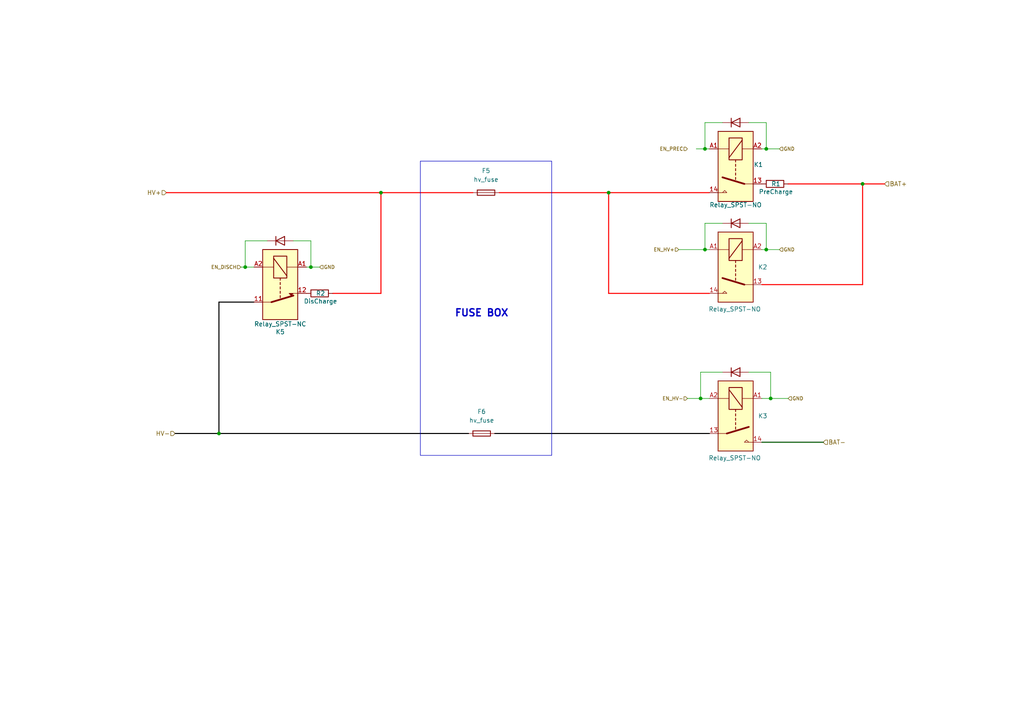
<source format=kicad_sch>
(kicad_sch (version 20250114) (generator "eeschema") (generator_version "9.0")
  (paper "A4")
  (title_block (title "HV Power") (date "2025-09-20") (rev "6.0"))
  (lib_symbols
    (symbol "Device:Fuse" (pin_numbers (hide yes)) (pin_names (offset 0))
      (property "Reference" "F" (at 2.032 0 90))
      (property "Value" "Fuse" (at -1.905 0 90))
      (symbol "Fuse_0_1"
        (rectangle (start -0.762 -2.54) (end 0.762 2.54) (stroke (width 0.254)))
        (polyline (pts (xy 0 2.54) (xy 0 -2.54)))
      )
      (symbol "Fuse_1_1"
        (pin passive line (at 0 3.81 270) (length 1.27) (name "~") (number "1"))
        (pin passive line (at 0 -3.81 90) (length 1.27) (name "~") (number "2"))
      )
    )
    (symbol "Device:R" (pin_numbers (hide yes)) (pin_names (offset 0))
      (property "Reference" "R" (at 2.032 0 90))
      (property "Value" "R" (at 0 0 90))
      (symbol "R_0_1"
        (rectangle (start -1.016 -2.54) (end 1.016 2.54) (stroke (width 0.254)))
      )
      (symbol "R_1_1"
        (pin passive line (at 0 3.81 270) (length 1.27) (name "~") (number "1"))
        (pin passive line (at 0 -3.81 90) (length 1.27) (name "~") (number "2"))
      )
    )
    (symbol "Diode:1N4148WT" (pin_numbers (hide yes)) (pin_names (hide yes))
      (property "Reference" "D" (at 0 2.54 0))
      (property "Value" "1N4148WT" (at 0 -2.54 0))
      (symbol "1N4148WT_0_1"
        (polyline (pts (xy -1.27 1.27) (xy -1.27 -1.27)) (stroke (width 0.254)))
        (polyline (pts (xy 1.27 1.27) (xy 1.27 -1.27) (xy -1.27 0) (xy 1.27 1.27)) (stroke (width 0.254)))
        (polyline (pts (xy 1.27 0) (xy -1.27 0)))
      )
      (symbol "1N4148WT_1_1"
        (pin passive line (at -3.81 0 0) (length 2.54) (name "K") (number "1"))
        (pin passive line (at 3.81 0 180) (length 2.54) (name "A") (number "2"))
      )
    )
    (symbol "Relay:Relay_SPST-NC"
      (property "Reference" "K" (at 11.43 3.81 0))
      (property "Value" "Relay_SPST-NC" (at 11.43 1.27 0))
      (symbol "Relay_SPST-NC_0_1"
        (rectangle (start -8.255 1.905) (end -1.905 -1.905) (stroke (width 0.254)))
        (polyline (pts (xy -7.62 -1.905) (xy -2.54 1.905)) (stroke (width 0.254)))
        (polyline (pts (xy -5.08 5.08) (xy -5.08 1.905)))
        (polyline (pts (xy -5.08 -5.08) (xy -5.08 -1.905)))
        (polyline (pts (xy -1.905 0) (xy -1.27 0)) (stroke (width 0.254)))
        (polyline (pts (xy -0.635 0) (xy 0 0)) (stroke (width 0.254)))
        (polyline (pts (xy 0.635 0) (xy 1.27 0)) (stroke (width 0.254)))
        (polyline (pts (xy 1.905 0) (xy 2.54 0)) (stroke (width 0.254)))
        (polyline (pts (xy 2.54 5.08) (xy 2.54 2.54) (xy 3.175 3.175) (xy 2.54 3.81)) (fill (type outline)))
        (polyline (pts (xy 3.175 0) (xy 3.81 0)) (stroke (width 0.254)))
        (polyline (pts (xy 5.08 -2.54) (xy 3.175 3.81)) (stroke (width 0.508)))
        (polyline (pts (xy 5.08 -2.54) (xy 5.08 -5.08)))
      )
      (symbol "Relay_SPST-NC_1_1"
        (rectangle (start -10.16 5.08) (end 10.16 -5.08) (stroke (width 0.254)) (fill (type background)))
        (pin passive line (at -5.08 7.62 270) (length 2.54) (name "~") (number "A1"))
        (pin passive line (at -5.08 -7.62 90) (length 2.54) (name "~") (number "A2"))
        (pin passive line (at 2.54 7.62 270) (length 2.54) (name "~") (number "12"))
        (pin passive line (at 5.08 -7.62 90) (length 2.54) (name "~") (number "11"))
      )
    )
    (symbol "Relay:Relay_SPST-NO"
      (property "Reference" "K" (at 11.43 3.81 0))
      (property "Value" "Relay_SPST-NO" (at 11.43 1.27 0))
      (symbol "Relay_SPST-NO_0_0"
        (polyline (pts (xy 7.62 5.08) (xy 7.62 2.54) (xy 6.985 3.175) (xy 7.62 3.81)))
      )
      (symbol "Relay_SPST-NO_0_1"
        (rectangle (start -10.16 5.08) (end 10.16 -5.08) (stroke (width 0.254)) (fill (type background)))
        (rectangle (start -8.255 1.905) (end -1.905 -1.905) (stroke (width 0.254)))
        (polyline (pts (xy -7.62 -1.905) (xy -2.54 1.905)) (stroke (width 0.254)))
        (polyline (pts (xy -5.08 5.08) (xy -5.08 1.905)))
        (polyline (pts (xy -5.08 -5.08) (xy -5.08 -1.905)))
        (polyline (pts (xy -1.905 0) (xy -1.27 0)) (stroke (width 0.254)))
        (polyline (pts (xy -0.635 0) (xy 0 0)) (stroke (width 0.254)))
        (polyline (pts (xy 0.635 0) (xy 1.27 0)) (stroke (width 0.254)))
        (polyline (pts (xy 1.905 0) (xy 2.54 0)) (stroke (width 0.254)))
        (polyline (pts (xy 3.175 0) (xy 3.81 0)) (stroke (width 0.254)))
        (polyline (pts (xy 5.08 -2.54) (xy 3.175 3.81)) (stroke (width 0.508)))
        (polyline (pts (xy 5.08 -2.54) (xy 5.08 -5.08)))
      )
      (symbol "Relay_SPST-NO_1_1"
        (pin passive line (at -5.08 7.62 270) (length 2.54) (name "~") (number "A1"))
        (pin passive line (at -5.08 -7.62 90) (length 2.54) (name "~") (number "A2"))
        (pin passive line (at 5.08 -7.62 90) (length 2.54) (name "~") (number "13"))
        (pin passive line (at 7.62 7.62 270) (length 2.54) (name "~") (number "14"))
      )
    )
  )
  (rectangle (start 121.92 46.736) (end 160.02 132.08))
  (text "FUSE BOX" (at 139.7 90.932 0) (effects (font (size 2.032 2.032) (thickness 0.4064) (bold yes))))
  (junction (at 223.52 115.57))
  (junction (at 222.25 43.18))
  (junction (at 204.47 43.18))
  (junction (at 71.12 77.47))
  (junction (at 63.5 125.73))
  (junction (at 110.49 55.88))
  (junction (at 176.53 55.88))
  (junction (at 90.17 77.47))
  (junction (at 250.19 53.34))
  (junction (at 203.2 115.57))
  (junction (at 222.25 72.39))
  (junction (at 204.47 72.39))
  (wire (pts (xy 88.9 77.47) (xy 90.17 77.47)))
  (wire (pts (xy 238.76 128.27) (xy 220.98 128.27)) (stroke (width 0.3) (color 0 0 0 1)))
  (wire (pts (xy 71.12 77.47) (xy 73.66 77.47)))
  (wire (pts (xy 204.47 72.39) (xy 205.74 72.39)))
  (wire (pts (xy 222.25 72.39) (xy 220.98 72.39)))
  (wire (pts (xy 110.49 55.88) (xy 137.16 55.88)) (stroke (width 0.3) (color 255 0 0 1)))
  (wire (pts (xy 92.71 77.47) (xy 90.17 77.47)))
  (wire (pts (xy 135.89 125.73) (xy 63.5 125.73)) (stroke (width 0.3) (color 0 0 0 1)))
  (wire (pts (xy 203.2 115.57) (xy 205.74 115.57)))
  (wire (pts (xy 238.76 128.27) (xy 220.98 128.27)))
  (wire (pts (xy 228.6 53.34) (xy 250.19 53.34)) (stroke (width 0.3) (color 255 0 0 1)))
  (wire (pts (xy 204.47 64.77) (xy 204.47 72.39)))
  (wire (pts (xy 223.52 107.95) (xy 223.52 115.57)))
  (wire (pts (xy 90.17 69.85) (xy 90.17 77.47)))
  (wire (pts (xy 144.78 55.88) (xy 176.53 55.88)) (stroke (width 0.3) (color 255 0 0 1)))
  (wire (pts (xy 220.98 82.55) (xy 250.19 82.55)) (stroke (width 0.3) (color 255 0 0 1)))
  (wire (pts (xy 63.5 125.73) (xy 63.5 87.63)) (stroke (width 0.3) (color 0 0 0 1)))
  (wire (pts (xy 204.47 35.56) (xy 209.55 35.56)))
  (wire (pts (xy 110.49 85.09) (xy 110.49 55.88)) (stroke (width 0.3) (color 255 0 0 1)))
  (wire (pts (xy 209.55 107.95) (xy 203.2 107.95)))
  (wire (pts (xy 226.06 43.18) (xy 222.25 43.18)))
  (wire (pts (xy 250.19 82.55) (xy 250.19 53.34)) (stroke (width 0.3) (color 255 0 0 1)))
  (wire (pts (xy 222.25 35.56) (xy 222.25 43.18)))
  (wire (pts (xy 199.39 115.57) (xy 203.2 115.57)))
  (wire (pts (xy 223.52 115.57) (xy 220.98 115.57)))
  (wire (pts (xy 77.47 69.85) (xy 71.12 69.85)))
  (wire (pts (xy 176.53 85.09) (xy 205.74 85.09)) (stroke (width 0.3) (color 255 0 0 1)))
  (wire (pts (xy 204.47 35.56) (xy 204.47 43.18)))
  (wire (pts (xy 250.19 53.34) (xy 256.54 53.34)) (stroke (width 0.3) (color 255 0 0 1)))
  (wire (pts (xy 201.93 43.18) (xy 204.47 43.18)))
  (wire (pts (xy 222.25 43.18) (xy 220.98 43.18)))
  (wire (pts (xy 63.5 125.73) (xy 50.8 125.73)) (stroke (width 0.3) (color 0 0 0 1)))
  (wire (pts (xy 223.52 115.57) (xy 228.6 115.57)))
  (wire (pts (xy 69.85 77.47) (xy 71.12 77.47)))
  (wire (pts (xy 143.51 125.73) (xy 205.74 125.73)) (stroke (width 0.3) (color 0 0 0 1)))
  (wire (pts (xy 176.53 55.88) (xy 205.74 55.88)) (stroke (width 0.3) (color 255 0 0 1)))
  (wire (pts (xy 222.25 64.77) (xy 222.25 72.39)))
  (wire (pts (xy 176.53 55.88) (xy 176.53 85.09)) (stroke (width 0.3) (color 255 0 0 1)))
  (wire (pts (xy 63.5 87.63) (xy 73.66 87.63)) (stroke (width 0.3) (color 0 0 0 1)))
  (wire (pts (xy 217.17 35.56) (xy 222.25 35.56)))
  (wire (pts (xy 226.06 72.39) (xy 222.25 72.39)))
  (wire (pts (xy 204.47 43.18) (xy 205.74 43.18)))
  (wire (pts (xy 85.09 69.85) (xy 90.17 69.85)))
  (wire (pts (xy 203.2 107.95) (xy 203.2 115.57)))
  (wire (pts (xy 48.26 55.88) (xy 110.49 55.88)) (stroke (width 0.3) (color 255 0 0 1)))
  (wire (pts (xy 71.12 69.85) (xy 71.12 77.47)))
  (wire (pts (xy 196.85 72.39) (xy 204.47 72.39)))
  (wire (pts (xy 217.17 64.77) (xy 222.25 64.77)))
  (wire (pts (xy 217.17 107.95) (xy 223.52 107.95)))
  (wire (pts (xy 209.55 64.77) (xy 204.47 64.77)))
  (wire (pts (xy 96.52 85.09) (xy 110.49 85.09)) (stroke (width 0.3) (color 255 0 0 1)))
  (hierarchical_label "GND" (shape input) (at 226.06 72.39 0) (effects (font (size 1.016 1.016))))
  (hierarchical_label "HV+" (shape input) (at 48.26 55.88 180))
  (hierarchical_label "EN_PREC" (shape input) (at 199.39 43.18 180) (effects (font (size 1.016 1.016))))
  (hierarchical_label "EN_DISCH" (shape input) (at 69.85 77.47 180) (effects (font (size 1.016 1.016))))
  (hierarchical_label "EN_HV-" (shape input) (at 199.39 115.57 180) (effects (font (size 1.016 1.016))))
  (hierarchical_label "GND" (shape input) (at 226.06 43.18 0) (effects (font (size 1.016 1.016))))
  (hierarchical_label "HV-" (shape input) (at 50.8 125.73 180))
  (hierarchical_label "GND" (shape input) (at 228.6 115.57 0) (effects (font (size 1.016 1.016))))
  (hierarchical_label "BAT-" (shape input) (at 238.76 128.27 0))
  (hierarchical_label "GND" (shape input) (at 92.71 77.47 0) (effects (font (size 1.016 1.016))))
  (hierarchical_label "BAT+" (shape input) (at 256.54 53.34 0))
  (hierarchical_label "EN_HV+" (shape input) (at 196.85 72.39 180) (effects (font (size 1.016 1.016))))
  (symbol (lib_id "Diode:1N4148WT") (at 81.28 69.85 0) (unit 1)
    (property "Reference" "D4" (effects (hide yes)))
    (property "Value" "1N4148WT" (effects (hide yes)))
    (property "Footprint" "Diode_SMD:D_SOD-523" (effects (hide yes)))
    (property "Datasheet" "https://www.diodes.com/assets/Datasheets/ds30396.pdf" (effects (hide yes)))
    (property "Description" "75V 0.15A Fast switching Diode, SOD-523" (effects (hide yes)))
    (property "Sim.Device" "D" (effects (hide yes)))
    (property "Sim.Pins" "1=K 2=A" (effects (hide yes)))
  )
  (symbol (lib_id "Device:R") (at 224.79 53.34 90) (unit 1)
    (property "Reference" "R1" (at 225.044 53.34 90))
    (property "Value" "PreCharge" (at 225.044 55.626 90))
    (property "Description" "Resistor" (effects (hide yes)))
  )
  (symbol (lib_id "Device:Fuse") (at 140.97 55.88 90) (mirror x) (unit 1)
    (property "Reference" "F5" (at 140.97 49.53 90))
    (property "Value" "hv_fuse" (at 140.97 52.07 90))
    (property "Description" "Fuse" (effects (hide yes)))
  )
  (symbol (lib_id "Diode:1N4148WT") (at 213.36 64.77 0) (unit 1)
    (property "Reference" "D2" (effects (hide yes)))
    (property "Value" "1N4148WT" (effects (hide yes)))
    (property "Footprint" "Diode_SMD:D_SOD-523" (effects (hide yes)))
    (property "Datasheet" "https://www.diodes.com/assets/Datasheets/ds30396.pdf" (effects (hide yes)))
    (property "Description" "75V 0.15A Fast switching Diode, SOD-523" (effects (hide yes)))
    (property "Sim.Device" "D" (effects (hide yes)))
    (property "Sim.Pins" "1=K 2=A" (effects (hide yes)))
  )
  (symbol (lib_id "Diode:1N4148WT") (at 213.36 35.56 0) (unit 1)
    (property "Reference" "D1" (effects (hide yes)))
    (property "Value" "1N4148WT" (effects (hide yes)))
    (property "Footprint" "Diode_SMD:D_SOD-523" (effects (hide yes)))
    (property "Datasheet" "https://www.diodes.com/assets/Datasheets/ds30396.pdf" (effects (hide yes)))
    (property "Description" "75V 0.15A Fast switching Diode, SOD-523" (effects (hide yes)))
    (property "Sim.Device" "D" (effects (hide yes)))
    (property "Sim.Pins" "1=K 2=A" (effects (hide yes)))
  )
  (symbol (lib_id "Device:R") (at 92.71 85.09 90) (unit 1)
    (property "Reference" "R2" (at 92.964 85.09 90))
    (property "Value" "DisCharge" (at 92.964 87.376 90))
    (property "Description" "Resistor" (effects (hide yes)))
  )
  (symbol (lib_id "Relay:Relay_SPST-NO") (at 213.36 120.65 270) (unit 1)
    (property "Reference" "K3" (at 221.234 120.65 90))
    (property "Value" "Relay_SPST-NO" (at 213.106 132.842 90))
    (property "Description" "Relay SPST, Normally Open, EN50005" (effects (hide yes)))
  )
  (symbol (lib_id "Diode:1N4148WT") (at 213.36 107.95 0) (unit 1)
    (property "Reference" "D3" (effects (hide yes)))
    (property "Value" "1N4148WT" (effects (hide yes)))
    (property "Footprint" "Diode_SMD:D_SOD-523" (effects (hide yes)))
    (property "Datasheet" "https://www.diodes.com/assets/Datasheets/ds30396.pdf" (effects (hide yes)))
    (property "Description" "75V 0.15A Fast switching Diode, SOD-523" (effects (hide yes)))
    (property "Sim.Device" "D" (effects (hide yes)))
    (property "Sim.Pins" "1=K 2=A" (effects (hide yes)))
  )
  (symbol (lib_id "Relay:Relay_SPST-NC") (at 81.28 82.55 270) (unit 1)
    (property "Reference" "K5" (at 81.28 96.266 90))
    (property "Value" "Relay_SPST-NC" (at 81.28 93.98 90))
    (property "Description" "Relay SPST, normally closed, EN50005" (effects (hide yes)))
  )
  (symbol (lib_id "Device:Fuse") (at 139.7 125.73 90) (mirror x) (unit 1)
    (property "Reference" "F6" (at 139.7 119.38 90))
    (property "Value" "hv_fuse" (at 139.7 121.92 90))
    (property "Description" "Fuse" (effects (hide yes)))
  )
  (symbol (lib_id "Relay:Relay_SPST-NO") (at 213.36 48.26 90) (mirror x) (unit 1)
    (property "Reference" "K1" (at 219.964 47.752 90))
    (property "Value" "Relay_SPST-NO" (at 213.36 59.436 90))
    (property "Description" "Relay SPST, Normally Open, EN50005" (effects (hide yes)))
  )
  (symbol (lib_id "Relay:Relay_SPST-NO") (at 213.36 77.47 90) (mirror x) (unit 1)
    (property "Reference" "K2" (at 221.234 77.47 90))
    (property "Value" "Relay_SPST-NO" (at 213.106 89.662 90))
    (property "Description" "Relay SPST, Normally Open, EN50005" (effects (hide yes)))
  )
)
</source>
